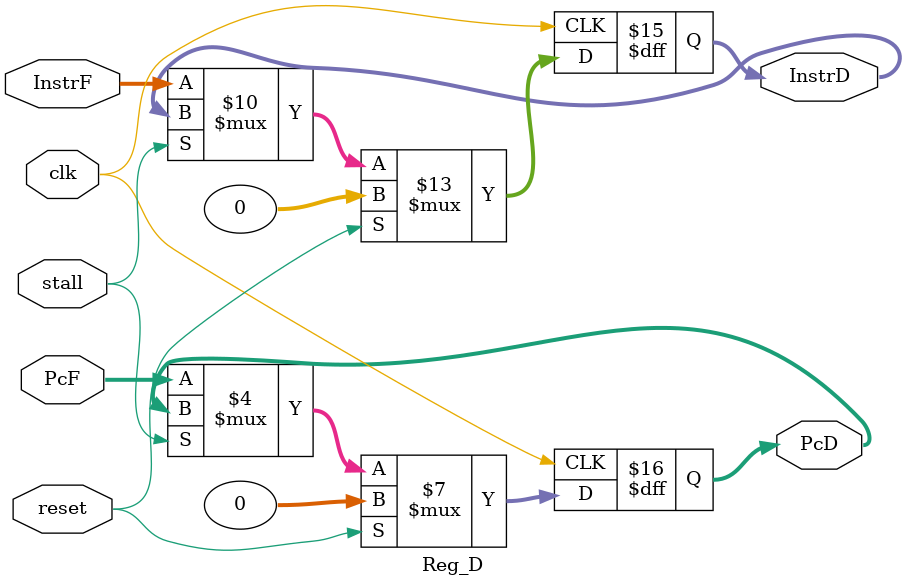
<source format=v>
`timescale 1ns / 1ps
module Reg_D(
    input reset,
	 input stall,
    input [31:0] InstrF,
    input [31:0] PcF,
    input clk,
    output reg[31:0] InstrD,
    output reg[31:0] PcD
    );

always@(posedge clk)begin
  if(reset) begin
  InstrD<=32'h0;
  PcD<=32'h0;
  end
  else if(stall==0)begin
     InstrD<=InstrF;
     PcD<=PcF;
  end
  else begin
     InstrD<=InstrD;
     PcD<=PcD;
  end
end


endmodule 
</source>
